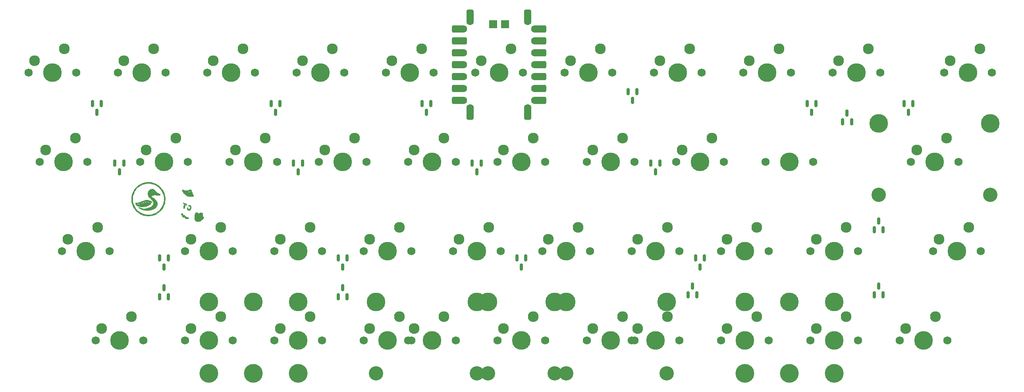
<source format=gbr>
%TF.GenerationSoftware,KiCad,Pcbnew,8.0.0*%
%TF.CreationDate,2024-02-25T16:00:08+01:00*%
%TF.ProjectId,QASS_PCB,51415353-5f50-4434-922e-6b696361645f,rev?*%
%TF.SameCoordinates,Original*%
%TF.FileFunction,Soldermask,Bot*%
%TF.FilePolarity,Negative*%
%FSLAX46Y46*%
G04 Gerber Fmt 4.6, Leading zero omitted, Abs format (unit mm)*
G04 Created by KiCad (PCBNEW 8.0.0) date 2024-02-25 16:00:08*
%MOMM*%
%LPD*%
G01*
G04 APERTURE LIST*
G04 Aperture macros list*
%AMRoundRect*
0 Rectangle with rounded corners*
0 $1 Rounding radius*
0 $2 $3 $4 $5 $6 $7 $8 $9 X,Y pos of 4 corners*
0 Add a 4 corners polygon primitive as box body*
4,1,4,$2,$3,$4,$5,$6,$7,$8,$9,$2,$3,0*
0 Add four circle primitives for the rounded corners*
1,1,$1+$1,$2,$3*
1,1,$1+$1,$4,$5*
1,1,$1+$1,$6,$7*
1,1,$1+$1,$8,$9*
0 Add four rect primitives between the rounded corners*
20,1,$1+$1,$2,$3,$4,$5,0*
20,1,$1+$1,$4,$5,$6,$7,0*
20,1,$1+$1,$6,$7,$8,$9,0*
20,1,$1+$1,$8,$9,$2,$3,0*%
G04 Aperture macros list end*
%ADD10C,0.010000*%
%ADD11C,0.000000*%
%ADD12C,1.750000*%
%ADD13C,3.987800*%
%ADD14C,2.300000*%
%ADD15C,3.048000*%
%ADD16C,4.000000*%
%ADD17RoundRect,0.150000X-0.150000X0.587500X-0.150000X-0.587500X0.150000X-0.587500X0.150000X0.587500X0*%
%ADD18RoundRect,0.150000X0.150000X-0.587500X0.150000X0.587500X-0.150000X0.587500X-0.150000X-0.587500X0*%
%ADD19RoundRect,0.400000X1.035000X-0.400000X1.035000X0.400000X-1.035000X0.400000X-1.035000X-0.400000X0*%
%ADD20C,1.600000*%
%ADD21RoundRect,0.400000X0.400000X-0.400000X0.400000X0.400000X-0.400000X0.400000X-0.400000X-0.400000X0*%
%ADD22RoundRect,0.400000X0.400000X-1.035000X0.400000X1.035000X-0.400000X1.035000X-0.400000X-1.035000X0*%
%ADD23R,1.700000X1.700000*%
G04 APERTURE END LIST*
D10*
%TO.C,Ref\u002A\u002A*%
X55537156Y-55246919D02*
X55574289Y-55283024D01*
X55715985Y-55395796D01*
X55879756Y-55488201D01*
X56075256Y-55565962D01*
X56094648Y-55572587D01*
X56198387Y-55612593D01*
X56267308Y-55649387D01*
X56307447Y-55686092D01*
X56331659Y-55727860D01*
X56335897Y-55780915D01*
X56301136Y-55823592D01*
X56226506Y-55856757D01*
X56111134Y-55881277D01*
X56106698Y-55881916D01*
X56046432Y-55888035D01*
X55977214Y-55892128D01*
X55973562Y-55892218D01*
X55925032Y-55890896D01*
X55847726Y-55886439D01*
X55749534Y-55879528D01*
X55638344Y-55870847D01*
X55522046Y-55861076D01*
X55408528Y-55850898D01*
X55305680Y-55840995D01*
X55221392Y-55832049D01*
X55163552Y-55824741D01*
X55140050Y-55819755D01*
X55141947Y-55802830D01*
X55157749Y-55753651D01*
X55185279Y-55680214D01*
X55221415Y-55590266D01*
X55263032Y-55491548D01*
X55307006Y-55391807D01*
X55350212Y-55298787D01*
X55428088Y-55136479D01*
X55537156Y-55246919D01*
G36*
X55537156Y-55246919D02*
G01*
X55574289Y-55283024D01*
X55715985Y-55395796D01*
X55879756Y-55488201D01*
X56075256Y-55565962D01*
X56094648Y-55572587D01*
X56198387Y-55612593D01*
X56267308Y-55649387D01*
X56307447Y-55686092D01*
X56331659Y-55727860D01*
X56335897Y-55780915D01*
X56301136Y-55823592D01*
X56226506Y-55856757D01*
X56111134Y-55881277D01*
X56106698Y-55881916D01*
X56046432Y-55888035D01*
X55977214Y-55892128D01*
X55973562Y-55892218D01*
X55925032Y-55890896D01*
X55847726Y-55886439D01*
X55749534Y-55879528D01*
X55638344Y-55870847D01*
X55522046Y-55861076D01*
X55408528Y-55850898D01*
X55305680Y-55840995D01*
X55221392Y-55832049D01*
X55163552Y-55824741D01*
X55140050Y-55819755D01*
X55141947Y-55802830D01*
X55157749Y-55753651D01*
X55185279Y-55680214D01*
X55221415Y-55590266D01*
X55263032Y-55491548D01*
X55307006Y-55391807D01*
X55350212Y-55298787D01*
X55428088Y-55136479D01*
X55537156Y-55246919D01*
G37*
X53521757Y-57377476D02*
X53639994Y-57386068D01*
X53769850Y-57403740D01*
X53903649Y-57428583D01*
X54033715Y-57458691D01*
X54152369Y-57492158D01*
X54251936Y-57527076D01*
X54324740Y-57561537D01*
X54363102Y-57593636D01*
X54374096Y-57621572D01*
X54368211Y-57654621D01*
X54338931Y-57694349D01*
X54282157Y-57746120D01*
X54193793Y-57815297D01*
X54003214Y-57940989D01*
X53775554Y-58058711D01*
X53524591Y-58161670D01*
X53259565Y-58246514D01*
X52989716Y-58309891D01*
X52724281Y-58348449D01*
X52697046Y-58351056D01*
X52611524Y-58359070D01*
X52542270Y-58365313D01*
X52502217Y-58368609D01*
X52478106Y-58368443D01*
X52416305Y-58365041D01*
X52331196Y-58358650D01*
X52233663Y-58350023D01*
X52052939Y-58325888D01*
X51812283Y-58270393D01*
X51592706Y-58191745D01*
X51400197Y-58092212D01*
X51240748Y-57974062D01*
X51211696Y-57946248D01*
X51155244Y-57883874D01*
X51103479Y-57817458D01*
X51062474Y-57755728D01*
X51038299Y-57707410D01*
X51037026Y-57681230D01*
X51054450Y-57682078D01*
X51104753Y-57694241D01*
X51179122Y-57716237D01*
X51268997Y-57745686D01*
X51323546Y-57763985D01*
X51421117Y-57793350D01*
X51502608Y-57810740D01*
X51583803Y-57819051D01*
X51680481Y-57821178D01*
X51699165Y-57821088D01*
X51795931Y-57817185D01*
X51892331Y-57806310D01*
X51994897Y-57786814D01*
X52110162Y-57757048D01*
X52244656Y-57715362D01*
X52404914Y-57660107D01*
X52597467Y-57589633D01*
X52648648Y-57570673D01*
X52836589Y-57503960D01*
X52995604Y-57453374D01*
X53133118Y-57417148D01*
X53256551Y-57393514D01*
X53373326Y-57380705D01*
X53490866Y-57376956D01*
X53521757Y-57377476D01*
G36*
X53521757Y-57377476D02*
G01*
X53639994Y-57386068D01*
X53769850Y-57403740D01*
X53903649Y-57428583D01*
X54033715Y-57458691D01*
X54152369Y-57492158D01*
X54251936Y-57527076D01*
X54324740Y-57561537D01*
X54363102Y-57593636D01*
X54374096Y-57621572D01*
X54368211Y-57654621D01*
X54338931Y-57694349D01*
X54282157Y-57746120D01*
X54193793Y-57815297D01*
X54003214Y-57940989D01*
X53775554Y-58058711D01*
X53524591Y-58161670D01*
X53259565Y-58246514D01*
X52989716Y-58309891D01*
X52724281Y-58348449D01*
X52697046Y-58351056D01*
X52611524Y-58359070D01*
X52542270Y-58365313D01*
X52502217Y-58368609D01*
X52478106Y-58368443D01*
X52416305Y-58365041D01*
X52331196Y-58358650D01*
X52233663Y-58350023D01*
X52052939Y-58325888D01*
X51812283Y-58270393D01*
X51592706Y-58191745D01*
X51400197Y-58092212D01*
X51240748Y-57974062D01*
X51211696Y-57946248D01*
X51155244Y-57883874D01*
X51103479Y-57817458D01*
X51062474Y-57755728D01*
X51038299Y-57707410D01*
X51037026Y-57681230D01*
X51054450Y-57682078D01*
X51104753Y-57694241D01*
X51179122Y-57716237D01*
X51268997Y-57745686D01*
X51323546Y-57763985D01*
X51421117Y-57793350D01*
X51502608Y-57810740D01*
X51583803Y-57819051D01*
X51680481Y-57821178D01*
X51699165Y-57821088D01*
X51795931Y-57817185D01*
X51892331Y-57806310D01*
X51994897Y-57786814D01*
X52110162Y-57757048D01*
X52244656Y-57715362D01*
X52404914Y-57660107D01*
X52597467Y-57589633D01*
X52648648Y-57570673D01*
X52836589Y-57503960D01*
X52995604Y-57453374D01*
X53133118Y-57417148D01*
X53256551Y-57393514D01*
X53373326Y-57380705D01*
X53490866Y-57376956D01*
X53521757Y-57377476D01*
G37*
X53475884Y-56944830D02*
X53512345Y-56945135D01*
X53631527Y-56947607D01*
X53723818Y-56953255D01*
X53801488Y-56963580D01*
X53876806Y-56980081D01*
X53962041Y-57004258D01*
X53987140Y-57012074D01*
X54096474Y-57050370D01*
X54210008Y-57095798D01*
X54318870Y-57144249D01*
X54414191Y-57191615D01*
X54487099Y-57233788D01*
X54528724Y-57266662D01*
X54556186Y-57304328D01*
X54572753Y-57362541D01*
X54551178Y-57418592D01*
X54544603Y-57427180D01*
X54514690Y-57449844D01*
X54472092Y-57456350D01*
X54410602Y-57445830D01*
X54324018Y-57417414D01*
X54206134Y-57370233D01*
X54040855Y-57308641D01*
X53844169Y-57258639D01*
X53640077Y-57234305D01*
X53413775Y-57233078D01*
X53348178Y-57236237D01*
X53265854Y-57242922D01*
X53186748Y-57253859D01*
X53104802Y-57270727D01*
X53013956Y-57295206D01*
X52908152Y-57328973D01*
X52781333Y-57373708D01*
X52627438Y-57431089D01*
X52440411Y-57502795D01*
X52365286Y-57531024D01*
X52250638Y-57571708D01*
X52143373Y-57607294D01*
X52059411Y-57632366D01*
X52038527Y-57637559D01*
X51933567Y-57655332D01*
X51809868Y-57666251D01*
X51677535Y-57670440D01*
X51546673Y-57668027D01*
X51427388Y-57659137D01*
X51329784Y-57643897D01*
X51263967Y-57622433D01*
X51211660Y-57591260D01*
X51153868Y-57548938D01*
X51111248Y-57509488D01*
X51094634Y-57481902D01*
X51097720Y-57479857D01*
X51131974Y-57475107D01*
X51198153Y-57471406D01*
X51288750Y-57469090D01*
X51396259Y-57468491D01*
X51427569Y-57468554D01*
X51533499Y-57467601D01*
X51625599Y-57463528D01*
X51710484Y-57454693D01*
X51794770Y-57439456D01*
X51885071Y-57416173D01*
X51988001Y-57383203D01*
X52110176Y-57338904D01*
X52258209Y-57281636D01*
X52438717Y-57209755D01*
X52568101Y-57158023D01*
X52726081Y-57095747D01*
X52855343Y-57046806D01*
X52962074Y-57009620D01*
X53052464Y-56982607D01*
X53132701Y-56964188D01*
X53208973Y-56952782D01*
X53287468Y-56946807D01*
X53374376Y-56944683D01*
X53475884Y-56944830D01*
G36*
X53475884Y-56944830D02*
G01*
X53512345Y-56945135D01*
X53631527Y-56947607D01*
X53723818Y-56953255D01*
X53801488Y-56963580D01*
X53876806Y-56980081D01*
X53962041Y-57004258D01*
X53987140Y-57012074D01*
X54096474Y-57050370D01*
X54210008Y-57095798D01*
X54318870Y-57144249D01*
X54414191Y-57191615D01*
X54487099Y-57233788D01*
X54528724Y-57266662D01*
X54556186Y-57304328D01*
X54572753Y-57362541D01*
X54551178Y-57418592D01*
X54544603Y-57427180D01*
X54514690Y-57449844D01*
X54472092Y-57456350D01*
X54410602Y-57445830D01*
X54324018Y-57417414D01*
X54206134Y-57370233D01*
X54040855Y-57308641D01*
X53844169Y-57258639D01*
X53640077Y-57234305D01*
X53413775Y-57233078D01*
X53348178Y-57236237D01*
X53265854Y-57242922D01*
X53186748Y-57253859D01*
X53104802Y-57270727D01*
X53013956Y-57295206D01*
X52908152Y-57328973D01*
X52781333Y-57373708D01*
X52627438Y-57431089D01*
X52440411Y-57502795D01*
X52365286Y-57531024D01*
X52250638Y-57571708D01*
X52143373Y-57607294D01*
X52059411Y-57632366D01*
X52038527Y-57637559D01*
X51933567Y-57655332D01*
X51809868Y-57666251D01*
X51677535Y-57670440D01*
X51546673Y-57668027D01*
X51427388Y-57659137D01*
X51329784Y-57643897D01*
X51263967Y-57622433D01*
X51211660Y-57591260D01*
X51153868Y-57548938D01*
X51111248Y-57509488D01*
X51094634Y-57481902D01*
X51097720Y-57479857D01*
X51131974Y-57475107D01*
X51198153Y-57471406D01*
X51288750Y-57469090D01*
X51396259Y-57468491D01*
X51427569Y-57468554D01*
X51533499Y-57467601D01*
X51625599Y-57463528D01*
X51710484Y-57454693D01*
X51794770Y-57439456D01*
X51885071Y-57416173D01*
X51988001Y-57383203D01*
X52110176Y-57338904D01*
X52258209Y-57281636D01*
X52438717Y-57209755D01*
X52568101Y-57158023D01*
X52726081Y-57095747D01*
X52855343Y-57046806D01*
X52962074Y-57009620D01*
X53052464Y-56982607D01*
X53132701Y-56964188D01*
X53208973Y-56952782D01*
X53287468Y-56946807D01*
X53374376Y-56944683D01*
X53475884Y-56944830D01*
G37*
X55349646Y-55206756D02*
X55318715Y-55289076D01*
X55279090Y-55377964D01*
X55257429Y-55423196D01*
X55215651Y-55512345D01*
X55180737Y-55589241D01*
X55158583Y-55641011D01*
X55108053Y-55748003D01*
X55039909Y-55837577D01*
X54954211Y-55896011D01*
X54843961Y-55927854D01*
X54702159Y-55937656D01*
X54662096Y-55938167D01*
X54554516Y-55946609D01*
X54481830Y-55966947D01*
X54439118Y-56001174D01*
X54421462Y-56051280D01*
X54426565Y-56090109D01*
X54456048Y-56142402D01*
X54513015Y-56205802D01*
X54599873Y-56282628D01*
X54719027Y-56375194D01*
X54872884Y-56485817D01*
X55045317Y-56614362D01*
X55217276Y-56760745D01*
X55364669Y-56906710D01*
X55482528Y-57047297D01*
X55565882Y-57177546D01*
X55633983Y-57328222D01*
X55692625Y-57535485D01*
X55709290Y-57738731D01*
X55684154Y-57936831D01*
X55617395Y-58128658D01*
X55509190Y-58313083D01*
X55359717Y-58488980D01*
X55331884Y-58516321D01*
X55246119Y-58594462D01*
X55158616Y-58667018D01*
X55084550Y-58721181D01*
X55008505Y-58767461D01*
X54821936Y-58860986D01*
X54609583Y-58945537D01*
X54382584Y-59017385D01*
X54152076Y-59072800D01*
X53929198Y-59108051D01*
X53801971Y-59119802D01*
X53464789Y-59126602D01*
X53133003Y-59096389D01*
X52802073Y-59028326D01*
X52467457Y-58921575D01*
X52124614Y-58775299D01*
X52093396Y-58759935D01*
X52000192Y-58709437D01*
X51907314Y-58653369D01*
X51822175Y-58596816D01*
X51752186Y-58544866D01*
X51704757Y-58502606D01*
X51687300Y-58475123D01*
X51690119Y-58465837D01*
X51713759Y-58463147D01*
X51722295Y-58466877D01*
X51765701Y-58485929D01*
X51832946Y-58515499D01*
X51913505Y-58550959D01*
X52173418Y-58646974D01*
X52469275Y-58716985D01*
X52773265Y-58751532D01*
X53080124Y-58751236D01*
X53384590Y-58716718D01*
X53681402Y-58648599D01*
X53965298Y-58547500D01*
X54231015Y-58414043D01*
X54473291Y-58248847D01*
X54534600Y-58198604D01*
X54686681Y-58052333D01*
X54797317Y-57907237D01*
X54867107Y-57762186D01*
X54896650Y-57616046D01*
X54886545Y-57467687D01*
X54882584Y-57448527D01*
X54852761Y-57339302D01*
X54809714Y-57234874D01*
X54749914Y-57130329D01*
X54669833Y-57020753D01*
X54565944Y-56901234D01*
X54434719Y-56766858D01*
X54272629Y-56612711D01*
X54245999Y-56587903D01*
X54082963Y-56429042D01*
X53952439Y-56286759D01*
X53851376Y-56156093D01*
X53776721Y-56032083D01*
X53725423Y-55909767D01*
X53694431Y-55784186D01*
X53680692Y-55650377D01*
X53678802Y-55570442D01*
X53689659Y-55396215D01*
X53724367Y-55241090D01*
X53757720Y-55159683D01*
X54694889Y-55159683D01*
X54715101Y-55208259D01*
X54732844Y-55223578D01*
X54777634Y-55238844D01*
X54803780Y-55234349D01*
X54841933Y-55203378D01*
X54858422Y-55154819D01*
X54850314Y-55102738D01*
X54814675Y-55061197D01*
X54771907Y-55050679D01*
X54730820Y-55069775D01*
X54702638Y-55109815D01*
X54694889Y-55159683D01*
X53757720Y-55159683D01*
X53785311Y-55092341D01*
X53792094Y-55078985D01*
X53900442Y-54909427D01*
X54031780Y-54771992D01*
X54182073Y-54668377D01*
X54347289Y-54600284D01*
X54523394Y-54569409D01*
X54706355Y-54577453D01*
X54892139Y-54626113D01*
X54917975Y-54636483D01*
X55027763Y-54695005D01*
X55132886Y-54771832D01*
X55226522Y-54859903D01*
X55301851Y-54952158D01*
X55352051Y-55041538D01*
X55370300Y-55120983D01*
X55367561Y-55143183D01*
X55364281Y-55154819D01*
X55349646Y-55206756D01*
G36*
X55349646Y-55206756D02*
G01*
X55318715Y-55289076D01*
X55279090Y-55377964D01*
X55257429Y-55423196D01*
X55215651Y-55512345D01*
X55180737Y-55589241D01*
X55158583Y-55641011D01*
X55108053Y-55748003D01*
X55039909Y-55837577D01*
X54954211Y-55896011D01*
X54843961Y-55927854D01*
X54702159Y-55937656D01*
X54662096Y-55938167D01*
X54554516Y-55946609D01*
X54481830Y-55966947D01*
X54439118Y-56001174D01*
X54421462Y-56051280D01*
X54426565Y-56090109D01*
X54456048Y-56142402D01*
X54513015Y-56205802D01*
X54599873Y-56282628D01*
X54719027Y-56375194D01*
X54872884Y-56485817D01*
X55045317Y-56614362D01*
X55217276Y-56760745D01*
X55364669Y-56906710D01*
X55482528Y-57047297D01*
X55565882Y-57177546D01*
X55633983Y-57328222D01*
X55692625Y-57535485D01*
X55709290Y-57738731D01*
X55684154Y-57936831D01*
X55617395Y-58128658D01*
X55509190Y-58313083D01*
X55359717Y-58488980D01*
X55331884Y-58516321D01*
X55246119Y-58594462D01*
X55158616Y-58667018D01*
X55084550Y-58721181D01*
X55008505Y-58767461D01*
X54821936Y-58860986D01*
X54609583Y-58945537D01*
X54382584Y-59017385D01*
X54152076Y-59072800D01*
X53929198Y-59108051D01*
X53801971Y-59119802D01*
X53464789Y-59126602D01*
X53133003Y-59096389D01*
X52802073Y-59028326D01*
X52467457Y-58921575D01*
X52124614Y-58775299D01*
X52093396Y-58759935D01*
X52000192Y-58709437D01*
X51907314Y-58653369D01*
X51822175Y-58596816D01*
X51752186Y-58544866D01*
X51704757Y-58502606D01*
X51687300Y-58475123D01*
X51690119Y-58465837D01*
X51713759Y-58463147D01*
X51722295Y-58466877D01*
X51765701Y-58485929D01*
X51832946Y-58515499D01*
X51913505Y-58550959D01*
X52173418Y-58646974D01*
X52469275Y-58716985D01*
X52773265Y-58751532D01*
X53080124Y-58751236D01*
X53384590Y-58716718D01*
X53681402Y-58648599D01*
X53965298Y-58547500D01*
X54231015Y-58414043D01*
X54473291Y-58248847D01*
X54534600Y-58198604D01*
X54686681Y-58052333D01*
X54797317Y-57907237D01*
X54867107Y-57762186D01*
X54896650Y-57616046D01*
X54886545Y-57467687D01*
X54882584Y-57448527D01*
X54852761Y-57339302D01*
X54809714Y-57234874D01*
X54749914Y-57130329D01*
X54669833Y-57020753D01*
X54565944Y-56901234D01*
X54434719Y-56766858D01*
X54272629Y-56612711D01*
X54245999Y-56587903D01*
X54082963Y-56429042D01*
X53952439Y-56286759D01*
X53851376Y-56156093D01*
X53776721Y-56032083D01*
X53725423Y-55909767D01*
X53694431Y-55784186D01*
X53680692Y-55650377D01*
X53678802Y-55570442D01*
X53689659Y-55396215D01*
X53724367Y-55241090D01*
X53757720Y-55159683D01*
X54694889Y-55159683D01*
X54715101Y-55208259D01*
X54732844Y-55223578D01*
X54777634Y-55238844D01*
X54803780Y-55234349D01*
X54841933Y-55203378D01*
X54858422Y-55154819D01*
X54850314Y-55102738D01*
X54814675Y-55061197D01*
X54771907Y-55050679D01*
X54730820Y-55069775D01*
X54702638Y-55109815D01*
X54694889Y-55159683D01*
X53757720Y-55159683D01*
X53785311Y-55092341D01*
X53792094Y-55078985D01*
X53900442Y-54909427D01*
X54031780Y-54771992D01*
X54182073Y-54668377D01*
X54347289Y-54600284D01*
X54523394Y-54569409D01*
X54706355Y-54577453D01*
X54892139Y-54626113D01*
X54917975Y-54636483D01*
X55027763Y-54695005D01*
X55132886Y-54771832D01*
X55226522Y-54859903D01*
X55301851Y-54952158D01*
X55352051Y-55041538D01*
X55370300Y-55120983D01*
X55367561Y-55143183D01*
X55364281Y-55154819D01*
X55349646Y-55206756D01*
G37*
X57394939Y-56861117D02*
X57359620Y-57232457D01*
X57285224Y-57600825D01*
X57171249Y-57963197D01*
X57017192Y-58316548D01*
X56916588Y-58503590D01*
X56706473Y-58827309D01*
X56465656Y-59123956D01*
X56196659Y-59391800D01*
X55902002Y-59629112D01*
X55584206Y-59834161D01*
X55245792Y-60005217D01*
X54889281Y-60140548D01*
X54517194Y-60238425D01*
X54132050Y-60297117D01*
X54104159Y-60299719D01*
X53790058Y-60310989D01*
X53461358Y-60292601D01*
X53130563Y-60246258D01*
X52810178Y-60173663D01*
X52512708Y-60076520D01*
X52169306Y-59923719D01*
X51834373Y-59731082D01*
X51525359Y-59506709D01*
X51243889Y-59252630D01*
X50991586Y-58970872D01*
X50770076Y-58663466D01*
X50580981Y-58332439D01*
X50425926Y-57979821D01*
X50306536Y-57607641D01*
X50224434Y-57217928D01*
X50213841Y-57134701D01*
X50202474Y-56974059D01*
X50197973Y-56791379D01*
X50199957Y-56613694D01*
X50441418Y-56613694D01*
X50442553Y-56827234D01*
X50452804Y-57036583D01*
X50471945Y-57229310D01*
X50499749Y-57392985D01*
X50524051Y-57495654D01*
X50635806Y-57855924D01*
X50783119Y-58196586D01*
X50963786Y-58515591D01*
X51175606Y-58810888D01*
X51416373Y-59080425D01*
X51683885Y-59322153D01*
X51975940Y-59534020D01*
X52290333Y-59713976D01*
X52624862Y-59859970D01*
X52977323Y-59969952D01*
X53345514Y-60041869D01*
X53391391Y-60046847D01*
X53490993Y-60053340D01*
X53613901Y-60058013D01*
X53749187Y-60060758D01*
X53885922Y-60061467D01*
X54013180Y-60060031D01*
X54120032Y-60056342D01*
X54195550Y-60050292D01*
X54347367Y-60027238D01*
X54710983Y-59943202D01*
X55058582Y-59822035D01*
X55387843Y-59665860D01*
X55696445Y-59476796D01*
X55982067Y-59256968D01*
X56242387Y-59008495D01*
X56475085Y-58733501D01*
X56677839Y-58434105D01*
X56848329Y-58112432D01*
X56984232Y-57770601D01*
X57083227Y-57410736D01*
X57105272Y-57294503D01*
X57135583Y-57050369D01*
X57149901Y-56790563D01*
X57148100Y-56528750D01*
X57130054Y-56278594D01*
X57095640Y-56053761D01*
X57027320Y-55782911D01*
X56908727Y-55447423D01*
X56756497Y-55121238D01*
X56574897Y-54814512D01*
X56503223Y-54715449D01*
X56389367Y-54577546D01*
X56256003Y-54431231D01*
X56111678Y-54285094D01*
X55964935Y-54147721D01*
X55824322Y-54027701D01*
X55698384Y-53933623D01*
X55528610Y-53825702D01*
X55196371Y-53650828D01*
X54852382Y-53514631D01*
X54499612Y-53417351D01*
X54141031Y-53359227D01*
X53779609Y-53340500D01*
X53418314Y-53361408D01*
X53060116Y-53422193D01*
X52707984Y-53523093D01*
X52364887Y-53664349D01*
X52122010Y-53792313D01*
X51806657Y-53998048D01*
X51519329Y-54233895D01*
X51261695Y-54497647D01*
X51035424Y-54787100D01*
X50842184Y-55100051D01*
X50683645Y-55434293D01*
X50561476Y-55787623D01*
X50477344Y-56157835D01*
X50467395Y-56223765D01*
X50449624Y-56408394D01*
X50441418Y-56613694D01*
X50199957Y-56613694D01*
X50200123Y-56598806D01*
X50208712Y-56408483D01*
X50223527Y-56232556D01*
X50244354Y-56083169D01*
X50268064Y-55962612D01*
X50369372Y-55585677D01*
X50507296Y-55227505D01*
X50679932Y-54890047D01*
X50885375Y-54575260D01*
X51121721Y-54285096D01*
X51387067Y-54021511D01*
X51679509Y-53786457D01*
X51997142Y-53581890D01*
X52338063Y-53409764D01*
X52700367Y-53272031D01*
X53082151Y-53170648D01*
X53149616Y-53156755D01*
X53237956Y-53140537D01*
X53320281Y-53128994D01*
X53406260Y-53121343D01*
X53505560Y-53116803D01*
X53627851Y-53114589D01*
X53782800Y-53113920D01*
X53883063Y-53114239D01*
X54067816Y-53118116D01*
X54226299Y-53127501D01*
X54369301Y-53143800D01*
X54507614Y-53168419D01*
X54652026Y-53202764D01*
X54813327Y-53248243D01*
X55020666Y-53316325D01*
X55379495Y-53467721D01*
X55716057Y-53655114D01*
X56030471Y-53878576D01*
X56322857Y-54138178D01*
X56331050Y-54146287D01*
X56590251Y-54432539D01*
X56814395Y-54740010D01*
X57002981Y-55065678D01*
X57155505Y-55406518D01*
X57271466Y-55759506D01*
X57350360Y-56121617D01*
X57391685Y-56489829D01*
X57394321Y-56790563D01*
X57394939Y-56861117D01*
G36*
X57394939Y-56861117D02*
G01*
X57359620Y-57232457D01*
X57285224Y-57600825D01*
X57171249Y-57963197D01*
X57017192Y-58316548D01*
X56916588Y-58503590D01*
X56706473Y-58827309D01*
X56465656Y-59123956D01*
X56196659Y-59391800D01*
X55902002Y-59629112D01*
X55584206Y-59834161D01*
X55245792Y-60005217D01*
X54889281Y-60140548D01*
X54517194Y-60238425D01*
X54132050Y-60297117D01*
X54104159Y-60299719D01*
X53790058Y-60310989D01*
X53461358Y-60292601D01*
X53130563Y-60246258D01*
X52810178Y-60173663D01*
X52512708Y-60076520D01*
X52169306Y-59923719D01*
X51834373Y-59731082D01*
X51525359Y-59506709D01*
X51243889Y-59252630D01*
X50991586Y-58970872D01*
X50770076Y-58663466D01*
X50580981Y-58332439D01*
X50425926Y-57979821D01*
X50306536Y-57607641D01*
X50224434Y-57217928D01*
X50213841Y-57134701D01*
X50202474Y-56974059D01*
X50197973Y-56791379D01*
X50199957Y-56613694D01*
X50441418Y-56613694D01*
X50442553Y-56827234D01*
X50452804Y-57036583D01*
X50471945Y-57229310D01*
X50499749Y-57392985D01*
X50524051Y-57495654D01*
X50635806Y-57855924D01*
X50783119Y-58196586D01*
X50963786Y-58515591D01*
X51175606Y-58810888D01*
X51416373Y-59080425D01*
X51683885Y-59322153D01*
X51975940Y-59534020D01*
X52290333Y-59713976D01*
X52624862Y-59859970D01*
X52977323Y-59969952D01*
X53345514Y-60041869D01*
X53391391Y-60046847D01*
X53490993Y-60053340D01*
X53613901Y-60058013D01*
X53749187Y-60060758D01*
X53885922Y-60061467D01*
X54013180Y-60060031D01*
X54120032Y-60056342D01*
X54195550Y-60050292D01*
X54347367Y-60027238D01*
X54710983Y-59943202D01*
X55058582Y-59822035D01*
X55387843Y-59665860D01*
X55696445Y-59476796D01*
X55982067Y-59256968D01*
X56242387Y-59008495D01*
X56475085Y-58733501D01*
X56677839Y-58434105D01*
X56848329Y-58112432D01*
X56984232Y-57770601D01*
X57083227Y-57410736D01*
X57105272Y-57294503D01*
X57135583Y-57050369D01*
X57149901Y-56790563D01*
X57148100Y-56528750D01*
X57130054Y-56278594D01*
X57095640Y-56053761D01*
X57027320Y-55782911D01*
X56908727Y-55447423D01*
X56756497Y-55121238D01*
X56574897Y-54814512D01*
X56503223Y-54715449D01*
X56389367Y-54577546D01*
X56256003Y-54431231D01*
X56111678Y-54285094D01*
X55964935Y-54147721D01*
X55824322Y-54027701D01*
X55698384Y-53933623D01*
X55528610Y-53825702D01*
X55196371Y-53650828D01*
X54852382Y-53514631D01*
X54499612Y-53417351D01*
X54141031Y-53359227D01*
X53779609Y-53340500D01*
X53418314Y-53361408D01*
X53060116Y-53422193D01*
X52707984Y-53523093D01*
X52364887Y-53664349D01*
X52122010Y-53792313D01*
X51806657Y-53998048D01*
X51519329Y-54233895D01*
X51261695Y-54497647D01*
X51035424Y-54787100D01*
X50842184Y-55100051D01*
X50683645Y-55434293D01*
X50561476Y-55787623D01*
X50477344Y-56157835D01*
X50467395Y-56223765D01*
X50449624Y-56408394D01*
X50441418Y-56613694D01*
X50199957Y-56613694D01*
X50200123Y-56598806D01*
X50208712Y-56408483D01*
X50223527Y-56232556D01*
X50244354Y-56083169D01*
X50268064Y-55962612D01*
X50369372Y-55585677D01*
X50507296Y-55227505D01*
X50679932Y-54890047D01*
X50885375Y-54575260D01*
X51121721Y-54285096D01*
X51387067Y-54021511D01*
X51679509Y-53786457D01*
X51997142Y-53581890D01*
X52338063Y-53409764D01*
X52700367Y-53272031D01*
X53082151Y-53170648D01*
X53149616Y-53156755D01*
X53237956Y-53140537D01*
X53320281Y-53128994D01*
X53406260Y-53121343D01*
X53505560Y-53116803D01*
X53627851Y-53114589D01*
X53782800Y-53113920D01*
X53883063Y-53114239D01*
X54067816Y-53118116D01*
X54226299Y-53127501D01*
X54369301Y-53143800D01*
X54507614Y-53168419D01*
X54652026Y-53202764D01*
X54813327Y-53248243D01*
X55020666Y-53316325D01*
X55379495Y-53467721D01*
X55716057Y-53655114D01*
X56030471Y-53878576D01*
X56322857Y-54138178D01*
X56331050Y-54146287D01*
X56590251Y-54432539D01*
X56814395Y-54740010D01*
X57002981Y-55065678D01*
X57155505Y-55406518D01*
X57271466Y-55759506D01*
X57350360Y-56121617D01*
X57391685Y-56489829D01*
X57394321Y-56790563D01*
X57394939Y-56861117D01*
G37*
D11*
%TO.C,REF\u002A\u002A*%
G36*
X63114670Y-55205800D02*
G01*
X63219322Y-55205800D01*
X63219322Y-55519747D01*
X63323973Y-55519747D01*
X63323973Y-55729054D01*
X63428625Y-55729054D01*
X63428625Y-55938350D01*
X63533276Y-55938350D01*
X63533276Y-56147657D01*
X63428625Y-56147657D01*
X63428625Y-56252308D01*
X62382117Y-56252308D01*
X62382117Y-56147646D01*
X62068159Y-56147646D01*
X62068159Y-56042995D01*
X61858852Y-56042995D01*
X61858852Y-55938343D01*
X61754208Y-55938343D01*
X61754208Y-55833698D01*
X61649556Y-55833698D01*
X61649556Y-55729047D01*
X61544905Y-55729047D01*
X61544905Y-55624396D01*
X61440253Y-55624396D01*
X61440253Y-55519744D01*
X61335602Y-55519744D01*
X61335602Y-55415093D01*
X61230957Y-55415093D01*
X61230957Y-55310434D01*
X62382117Y-55310434D01*
X62486761Y-55310434D01*
X62486761Y-55205789D01*
X62696068Y-55205789D01*
X62696068Y-55101138D01*
X62486761Y-55101138D01*
X62486761Y-55205789D01*
X62382117Y-55205789D01*
X62382117Y-55310434D01*
X61230957Y-55310434D01*
X61230957Y-55205797D01*
X61126305Y-55205797D01*
X61126305Y-55101145D01*
X61021654Y-55101145D01*
X61021654Y-54682542D01*
X61335602Y-54682542D01*
X61335602Y-54787187D01*
X61544908Y-54787187D01*
X61544908Y-54891838D01*
X62277469Y-54891838D01*
X62277469Y-54787187D01*
X62486765Y-54787187D01*
X62486765Y-54682542D01*
X63010019Y-54682542D01*
X63010019Y-54787187D01*
X63114670Y-54787187D01*
X63114670Y-55101138D01*
X63114670Y-55205800D01*
G37*
G36*
X64265829Y-59601132D02*
G01*
X64370484Y-59601132D01*
X64370484Y-59705784D01*
X64475136Y-59705784D01*
X64475136Y-59810439D01*
X64684442Y-59810439D01*
X64684442Y-59705784D01*
X64789083Y-59705784D01*
X64789083Y-59601132D01*
X65312341Y-59601132D01*
X65312341Y-59705784D01*
X65416992Y-59705784D01*
X65416992Y-60438344D01*
X65626299Y-60438344D01*
X65626299Y-60542988D01*
X65730951Y-60542988D01*
X65730951Y-60752295D01*
X65626299Y-60752295D01*
X65626299Y-60856947D01*
X65521644Y-60856947D01*
X65521644Y-61066243D01*
X65416992Y-61066243D01*
X65416992Y-61170898D01*
X65207697Y-61170898D01*
X65207697Y-61275550D01*
X65103045Y-61275550D01*
X65103045Y-61380201D01*
X64998390Y-61380201D01*
X64998390Y-61484855D01*
X64789083Y-61484855D01*
X64789083Y-61589507D01*
X64056533Y-61589507D01*
X64056533Y-61484855D01*
X63951882Y-61484855D01*
X63951882Y-61380201D01*
X63847227Y-61380201D01*
X63847227Y-61275550D01*
X63742576Y-61275550D01*
X63742576Y-61170898D01*
X63637924Y-61170898D01*
X63637924Y-60019735D01*
X63742576Y-60019735D01*
X63742576Y-59810439D01*
X63847227Y-59810439D01*
X63847227Y-59601132D01*
X64056533Y-59601132D01*
X64056533Y-59496477D01*
X64265829Y-59496477D01*
X64265829Y-59601132D01*
G37*
G36*
X61126301Y-59915079D02*
G01*
X61230954Y-59915079D01*
X61230954Y-60019735D01*
X61335597Y-60019735D01*
X61335597Y-60124386D01*
X61544904Y-60124386D01*
X61544904Y-60229038D01*
X61649556Y-60229038D01*
X61649556Y-60333692D01*
X61754207Y-60333692D01*
X61754207Y-60438344D01*
X61963503Y-60438344D01*
X61963503Y-60542988D01*
X62172810Y-60542988D01*
X62172810Y-60647641D01*
X62382117Y-60647641D01*
X62382117Y-60752295D01*
X62486761Y-60752295D01*
X62486761Y-60856947D01*
X62277465Y-60856947D01*
X62277465Y-60961598D01*
X61754207Y-60961598D01*
X61754207Y-60856947D01*
X61649556Y-60856947D01*
X61649556Y-60752295D01*
X61544904Y-60752295D01*
X61544904Y-60647641D01*
X61126301Y-60647641D01*
X61126301Y-60542988D01*
X61021646Y-60542988D01*
X61021646Y-60229038D01*
X60916995Y-60229038D01*
X60916995Y-60124386D01*
X60812344Y-60124386D01*
X60812344Y-59810439D01*
X61021646Y-59810439D01*
X61021646Y-59705784D01*
X61126301Y-59705784D01*
X61126301Y-59915079D01*
G37*
G36*
X62696063Y-58136015D02*
G01*
X62800715Y-58136015D01*
X62800715Y-58240666D01*
X62905366Y-58240666D01*
X62905366Y-58763924D01*
X62800715Y-58763924D01*
X62800715Y-58973227D01*
X62696063Y-58973227D01*
X62696063Y-59077875D01*
X62277461Y-59077875D01*
X62277461Y-58973227D01*
X62172810Y-58973227D01*
X62172810Y-58868575D01*
X62068158Y-58868575D01*
X62068158Y-58554620D01*
X62277461Y-58554620D01*
X62277461Y-58763924D01*
X62382112Y-58763924D01*
X62382112Y-58868575D01*
X62591415Y-58868575D01*
X62591415Y-58659272D01*
X62696063Y-58659272D01*
X62696063Y-58345318D01*
X62591415Y-58345318D01*
X62591415Y-58240666D01*
X62277461Y-58240666D01*
X62277461Y-58031363D01*
X62696063Y-58031363D01*
X62696063Y-58136015D01*
G37*
G36*
X61440252Y-57612761D02*
G01*
X61649556Y-57612761D01*
X61649556Y-57717412D01*
X61963507Y-57717412D01*
X61963507Y-57822064D01*
X62068158Y-57822064D01*
X62068158Y-58031363D01*
X61858855Y-58031363D01*
X61858855Y-57926715D01*
X61649556Y-57926715D01*
X61649556Y-58345318D01*
X61544904Y-58345318D01*
X61544904Y-58659272D01*
X61335601Y-58659272D01*
X61335601Y-58136015D01*
X61440252Y-58136015D01*
X61440252Y-57822064D01*
X61335601Y-57822064D01*
X61335601Y-57717412D01*
X61230949Y-57717412D01*
X61230949Y-57508109D01*
X61440252Y-57508109D01*
X61440252Y-57612761D01*
G37*
G36*
X61858858Y-58031366D02*
G01*
X61754207Y-58031366D01*
X61754207Y-58345321D01*
X61649556Y-58345321D01*
X61649556Y-57926715D01*
X61858858Y-57926715D01*
X61858858Y-58031366D01*
G37*
G36*
X63010018Y-58763920D02*
G01*
X62905366Y-58763920D01*
X62905366Y-58240666D01*
X63010018Y-58240666D01*
X63010018Y-58763920D01*
G37*
G36*
X62905366Y-58973227D02*
G01*
X62800715Y-58973227D01*
X62800715Y-58763924D01*
X62905366Y-58763924D01*
X62905366Y-58973227D01*
G37*
G36*
X62905366Y-58240666D02*
G01*
X62800715Y-58240666D01*
X62800715Y-58136015D01*
X62905366Y-58136015D01*
X62905366Y-58240666D01*
G37*
G36*
X62800715Y-59077878D02*
G01*
X62696063Y-59077878D01*
X62696063Y-58973227D01*
X62800715Y-58973227D01*
X62800715Y-59077878D01*
G37*
G36*
X62800715Y-58136015D02*
G01*
X62696063Y-58136015D01*
X62696063Y-58031363D01*
X62800715Y-58031363D01*
X62800715Y-58136015D01*
G37*
G36*
X62696063Y-59182526D02*
G01*
X62277458Y-59182526D01*
X62277458Y-59077875D01*
X62696063Y-59077875D01*
X62696063Y-59182526D01*
G37*
G36*
X62277461Y-59077878D02*
G01*
X62172810Y-59077878D01*
X62172810Y-58973227D01*
X62277461Y-58973227D01*
X62277461Y-59077878D01*
G37*
G36*
X62172810Y-58973227D02*
G01*
X62068158Y-58973227D01*
X62068158Y-58868575D01*
X62172810Y-58868575D01*
X62172810Y-58973227D01*
G37*
G36*
X62068158Y-58136015D02*
G01*
X61858855Y-58136015D01*
X61858855Y-58031363D01*
X62068158Y-58031363D01*
X62068158Y-58136015D01*
G37*
G36*
X61649556Y-58659272D02*
G01*
X61544904Y-58659272D01*
X61544904Y-58345318D01*
X61649556Y-58345318D01*
X61649556Y-58659272D01*
G37*
G36*
X61544904Y-58763924D02*
G01*
X61335601Y-58763924D01*
X61335601Y-58659272D01*
X61544904Y-58659272D01*
X61544904Y-58763924D01*
G37*
%TD*%
D12*
%TO.C,MX24*%
X80645000Y-67865625D03*
D13*
X85725000Y-67865625D03*
D12*
X90805000Y-67865625D03*
D14*
X81915000Y-65325625D03*
X88265000Y-62785625D03*
%TD*%
D12*
%TO.C,MX39*%
X213995000Y-86915625D03*
D13*
X219075000Y-86915625D03*
D12*
X224155000Y-86915625D03*
D14*
X215265000Y-84375625D03*
X221615000Y-81835625D03*
%TD*%
D12*
%TO.C,MX10*%
X199707500Y-29765625D03*
D13*
X204787500Y-29765625D03*
D12*
X209867500Y-29765625D03*
D14*
X200977500Y-27225625D03*
X207327500Y-24685625D03*
%TD*%
D12*
%TO.C,MX5*%
X104457500Y-29765625D03*
D13*
X109537500Y-29765625D03*
D12*
X114617500Y-29765625D03*
D14*
X105727500Y-27225625D03*
X112077500Y-24685625D03*
%TD*%
D12*
%TO.C,MX2*%
X47307500Y-29765625D03*
D13*
X52387500Y-29765625D03*
D12*
X57467500Y-29765625D03*
D14*
X48577500Y-27225625D03*
X54927500Y-24685625D03*
%TD*%
D12*
%TO.C,MX3*%
X66357500Y-29765625D03*
D13*
X71437500Y-29765625D03*
D12*
X76517500Y-29765625D03*
D14*
X67627500Y-27225625D03*
X73977500Y-24685625D03*
%TD*%
D12*
%TO.C,MX27*%
X137795000Y-67865625D03*
D13*
X142875000Y-67865625D03*
D12*
X147955000Y-67865625D03*
D14*
X139065000Y-65325625D03*
X145415000Y-62785625D03*
%TD*%
D12*
%TO.C,MX25*%
X99695000Y-67865625D03*
D13*
X104775000Y-67865625D03*
D12*
X109855000Y-67865625D03*
D14*
X100965000Y-65325625D03*
X107315000Y-62785625D03*
%TD*%
D12*
%TO.C,MX31*%
X221138750Y-67865625D03*
D13*
X226218750Y-67865625D03*
D12*
X231298750Y-67865625D03*
D14*
X222408750Y-65325625D03*
X228758750Y-62785625D03*
%TD*%
D12*
%TO.C,MX33*%
X61595000Y-86915625D03*
D13*
X66675000Y-86915625D03*
D12*
X71755000Y-86915625D03*
D14*
X62865000Y-84375625D03*
X69215000Y-81835625D03*
%TD*%
D12*
%TO.C,MX8*%
X161607500Y-29765625D03*
D13*
X166687500Y-29765625D03*
D12*
X171767500Y-29765625D03*
D14*
X162877500Y-27225625D03*
X169227500Y-24685625D03*
%TD*%
%TO.C,MX21*%
X223996250Y-43735625D03*
X217646250Y-46275625D03*
D12*
X226536250Y-48815625D03*
D13*
X221456250Y-48815625D03*
D12*
X216376250Y-48815625D03*
%TD*%
D15*
%TO.C,S5*%
X164306250Y-93900625D03*
D13*
X164306250Y-78660625D03*
D15*
X140493750Y-93900625D03*
D13*
X140493750Y-78660625D03*
%TD*%
D12*
%TO.C,MX36*%
X156845000Y-86915625D03*
D13*
X161925000Y-86915625D03*
D12*
X167005000Y-86915625D03*
D14*
X158115000Y-84375625D03*
X164465000Y-81835625D03*
%TD*%
%TO.C,MX14*%
X78740000Y-43735625D03*
X72390000Y-46275625D03*
D12*
X81280000Y-48815625D03*
D13*
X76200000Y-48815625D03*
D12*
X71120000Y-48815625D03*
%TD*%
D14*
%TO.C,MX16*%
X116840000Y-43735625D03*
X110490000Y-46275625D03*
D12*
X119380000Y-48815625D03*
D13*
X114300000Y-48815625D03*
D12*
X109220000Y-48815625D03*
%TD*%
%TO.C,MX38*%
X194945000Y-86915625D03*
D13*
X200025000Y-86915625D03*
D12*
X205105000Y-86915625D03*
D14*
X196215000Y-84375625D03*
X202565000Y-81835625D03*
%TD*%
D12*
%TO.C,MX13*%
X52070000Y-48815625D03*
D13*
X57150000Y-48815625D03*
D12*
X62230000Y-48815625D03*
D14*
X53340000Y-46275625D03*
X59690000Y-43735625D03*
%TD*%
%TO.C,MX19*%
X173990000Y-43735625D03*
X167640000Y-46275625D03*
D12*
X176530000Y-48815625D03*
D13*
X171450000Y-48815625D03*
D12*
X166370000Y-48815625D03*
%TD*%
%TO.C,MX22*%
X35401250Y-67865625D03*
D13*
X40481250Y-67865625D03*
D12*
X45561250Y-67865625D03*
D14*
X36671250Y-65325625D03*
X43021250Y-62785625D03*
%TD*%
%TO.C,MX17*%
X135890000Y-43735625D03*
X129540000Y-46275625D03*
D12*
X138430000Y-48815625D03*
D13*
X133350000Y-48815625D03*
D12*
X128270000Y-48815625D03*
%TD*%
%TO.C,MX11*%
X223520000Y-29765625D03*
D13*
X228600000Y-29765625D03*
D12*
X233680000Y-29765625D03*
D14*
X224790000Y-27225625D03*
X231140000Y-24685625D03*
%TD*%
D15*
%TO.C,S1*%
X233362500Y-55800625D03*
D13*
X233362500Y-40560625D03*
D15*
X209550000Y-55800625D03*
D13*
X209550000Y-40560625D03*
%TD*%
D12*
%TO.C,MX34*%
X80645000Y-86915625D03*
D13*
X85725000Y-86915625D03*
D12*
X90805000Y-86915625D03*
D14*
X81915000Y-84375625D03*
X88265000Y-81835625D03*
%TD*%
D12*
%TO.C,MX9*%
X180657500Y-29765625D03*
D13*
X185737500Y-29765625D03*
D12*
X190817500Y-29765625D03*
D14*
X181927500Y-27225625D03*
X188277500Y-24685625D03*
%TD*%
D12*
%TO.C,MX41*%
X128270000Y-86915625D03*
D13*
X133350000Y-86915625D03*
D12*
X138430000Y-86915625D03*
D14*
X129540000Y-84375625D03*
X135890000Y-81835625D03*
%TD*%
D12*
%TO.C,MX23*%
X61595000Y-67865625D03*
D13*
X66675000Y-67865625D03*
D12*
X71755000Y-67865625D03*
D14*
X62865000Y-65325625D03*
X69215000Y-62785625D03*
%TD*%
D12*
%TO.C,MX12*%
X30638750Y-48815625D03*
D13*
X35718750Y-48815625D03*
D12*
X40798750Y-48815625D03*
D14*
X31908750Y-46275625D03*
X38258750Y-43735625D03*
%TD*%
D12*
%TO.C,MX6*%
X123507500Y-29765625D03*
D13*
X128587500Y-29765625D03*
D12*
X133667500Y-29765625D03*
D14*
X124777500Y-27225625D03*
X131127500Y-24685625D03*
%TD*%
D12*
%TO.C,MX4*%
X85407500Y-29765625D03*
D13*
X90487500Y-29765625D03*
D12*
X95567500Y-29765625D03*
D14*
X86677500Y-27225625D03*
X93027500Y-24685625D03*
%TD*%
D12*
%TO.C,MX30*%
X194945000Y-67865625D03*
D13*
X200025000Y-67865625D03*
D12*
X205105000Y-67865625D03*
D14*
X196215000Y-65325625D03*
X202565000Y-62785625D03*
%TD*%
D12*
%TO.C,MX7*%
X142557500Y-29765625D03*
D13*
X147637500Y-29765625D03*
D12*
X152717500Y-29765625D03*
D14*
X143827500Y-27225625D03*
X150177500Y-24685625D03*
%TD*%
%TO.C,MX18*%
X154940000Y-43735625D03*
X148590000Y-46275625D03*
D12*
X157480000Y-48815625D03*
D13*
X152400000Y-48815625D03*
D12*
X147320000Y-48815625D03*
%TD*%
D15*
%TO.C,S2*%
X180975000Y-93900625D03*
D13*
X180975000Y-78660625D03*
D15*
X142875000Y-93900625D03*
D13*
X142875000Y-78660625D03*
%TD*%
D15*
%TO.C,S3*%
X123825000Y-93900625D03*
D13*
X123825000Y-78660625D03*
D15*
X85725000Y-93900625D03*
D13*
X85725000Y-78660625D03*
%TD*%
D12*
%TO.C,MX28*%
X156845000Y-67865625D03*
D13*
X161925000Y-67865625D03*
D12*
X167005000Y-67865625D03*
D14*
X158115000Y-65325625D03*
X164465000Y-62785625D03*
%TD*%
D12*
%TO.C,MX29*%
X175895000Y-67865625D03*
D13*
X180975000Y-67865625D03*
D12*
X186055000Y-67865625D03*
D14*
X177165000Y-65325625D03*
X183515000Y-62785625D03*
%TD*%
D12*
%TO.C,MX35*%
X99695000Y-86915625D03*
D13*
X104775000Y-86915625D03*
D12*
X109855000Y-86915625D03*
D14*
X100965000Y-84375625D03*
X107315000Y-81835625D03*
%TD*%
D12*
%TO.C,MX42*%
X147320000Y-86915625D03*
D13*
X152400000Y-86915625D03*
D12*
X157480000Y-86915625D03*
D14*
X148590000Y-84375625D03*
X154940000Y-81835625D03*
%TD*%
D12*
%TO.C,MX1*%
X28257500Y-29765625D03*
D13*
X33337500Y-29765625D03*
D12*
X38417500Y-29765625D03*
D14*
X29527500Y-27225625D03*
X35877500Y-24685625D03*
%TD*%
D12*
%TO.C,MX37*%
X175895000Y-86915625D03*
D13*
X180975000Y-86915625D03*
D12*
X186055000Y-86915625D03*
D14*
X177165000Y-84375625D03*
X183515000Y-81835625D03*
%TD*%
D12*
%TO.C,MX32*%
X42545000Y-86915625D03*
D13*
X47625000Y-86915625D03*
D12*
X52705000Y-86915625D03*
D14*
X43815000Y-84375625D03*
X50165000Y-81835625D03*
%TD*%
D12*
%TO.C,MX15*%
X90170000Y-48815625D03*
D13*
X95250000Y-48815625D03*
D12*
X100330000Y-48815625D03*
D14*
X91440000Y-46275625D03*
X97790000Y-43735625D03*
%TD*%
D12*
%TO.C,MX40*%
X109220000Y-86915625D03*
D13*
X114300000Y-86915625D03*
D12*
X119380000Y-86915625D03*
D14*
X110490000Y-84375625D03*
X116840000Y-81835625D03*
%TD*%
D16*
%TO.C,S7*%
X200025000Y-93900625D03*
D13*
X200025000Y-78660625D03*
D16*
X190500000Y-93900625D03*
D13*
X190500000Y-78660625D03*
D16*
X76200000Y-93900625D03*
D13*
X76200000Y-78660625D03*
D16*
X66675000Y-93900625D03*
D13*
X66675000Y-78660625D03*
%TD*%
D12*
%TO.C,MX26*%
X118745000Y-67865625D03*
D13*
X123825000Y-67865625D03*
D12*
X128905000Y-67865625D03*
D14*
X120015000Y-65325625D03*
X126365000Y-62785625D03*
%TD*%
D12*
%TO.C,MX20*%
X195580000Y-48815625D03*
D13*
X190500000Y-48815625D03*
D12*
X185420000Y-48815625D03*
%TD*%
D15*
%TO.C,S4*%
X126206250Y-93900625D03*
D13*
X126206250Y-78660625D03*
D15*
X102393750Y-93900625D03*
D13*
X102393750Y-78660625D03*
%TD*%
D16*
%TO.C,S6*%
X180975000Y-93900625D03*
D13*
X180975000Y-78660625D03*
D16*
X85725000Y-93900625D03*
D13*
X85725000Y-78660625D03*
%TD*%
D17*
%TO.C,D19*%
X214950000Y-36368750D03*
X216850000Y-36368750D03*
X215900000Y-38243750D03*
%TD*%
%TO.C,D11*%
X94300000Y-69309375D03*
X96200000Y-69309375D03*
X95250000Y-71184375D03*
%TD*%
%TO.C,D2*%
X112159375Y-36368750D03*
X114059375Y-36368750D03*
X113109375Y-38243750D03*
%TD*%
%TO.C,D10*%
X56200000Y-69309375D03*
X58100000Y-69309375D03*
X57150000Y-71184375D03*
%TD*%
%TO.C,D6*%
X84775000Y-49068750D03*
X86675000Y-49068750D03*
X85725000Y-50943750D03*
%TD*%
D18*
%TO.C,D17*%
X168912500Y-77137500D03*
X170812500Y-77137500D03*
X169862500Y-75262500D03*
%TD*%
%TO.C,D14*%
X208600000Y-63246875D03*
X210500000Y-63246875D03*
X209550000Y-61371875D03*
%TD*%
D17*
%TO.C,D3*%
X156098389Y-33774669D03*
X157998389Y-33774669D03*
X157048389Y-35649669D03*
%TD*%
%TO.C,D12*%
X132400000Y-69309375D03*
X134300000Y-69309375D03*
X133350000Y-71184375D03*
%TD*%
D18*
%TO.C,D18*%
X208600000Y-77137500D03*
X210500000Y-77137500D03*
X209550000Y-75262500D03*
%TD*%
D17*
%TO.C,D1*%
X80012500Y-36368750D03*
X81912500Y-36368750D03*
X80962500Y-38243750D03*
%TD*%
%TO.C,D40*%
X41912500Y-36368750D03*
X43812500Y-36368750D03*
X42862500Y-38243750D03*
%TD*%
%TO.C,D13*%
X170500000Y-69309375D03*
X172400000Y-69309375D03*
X171450000Y-71184375D03*
%TD*%
D18*
%TO.C,D16*%
X94300000Y-77534375D03*
X96200000Y-77534375D03*
X95250000Y-75659375D03*
%TD*%
D17*
%TO.C,D7*%
X122875000Y-49068750D03*
X124775000Y-49068750D03*
X123825000Y-50943750D03*
%TD*%
%TO.C,D4*%
X194312500Y-36368750D03*
X196212500Y-36368750D03*
X195262500Y-38243750D03*
%TD*%
D19*
%TO.C,U1*%
X137222500Y-20399375D03*
D20*
X136207500Y-20399375D03*
D19*
X137222500Y-22939375D03*
D20*
X136207500Y-22939375D03*
D19*
X137222500Y-25479375D03*
D20*
X136207500Y-25479375D03*
D19*
X137222500Y-28019375D03*
D20*
X136207500Y-28019375D03*
D19*
X137222500Y-30559375D03*
D20*
X136207500Y-30559375D03*
D19*
X137222500Y-33099375D03*
D20*
X136207500Y-33099375D03*
D19*
X137222500Y-35639375D03*
D20*
X136207500Y-35639375D03*
X120967500Y-35639375D03*
D19*
X119932500Y-35639375D03*
D20*
X120967500Y-33099375D03*
D19*
X119932500Y-33099375D03*
D20*
X120967500Y-30559375D03*
D19*
X119932500Y-30559375D03*
D20*
X120967500Y-28019375D03*
D19*
X119932500Y-28019375D03*
D20*
X120967500Y-25479375D03*
D19*
X119932500Y-25479375D03*
D21*
X120967500Y-22939375D03*
D19*
X119932500Y-22939375D03*
D20*
X120967500Y-20399375D03*
D19*
X119932500Y-20399375D03*
D22*
X134742500Y-38384375D03*
D20*
X134742500Y-37249375D03*
D22*
X122432500Y-38384375D03*
D20*
X122432500Y-37249375D03*
X122432500Y-18789375D03*
D22*
X122432500Y-17684375D03*
D20*
X134742500Y-18789375D03*
D22*
X134742500Y-17684375D03*
%TD*%
D18*
%TO.C,D15*%
X56200000Y-77534375D03*
X58100000Y-77534375D03*
X57150000Y-75659375D03*
%TD*%
D17*
%TO.C,D5*%
X46675000Y-49068750D03*
X48575000Y-49068750D03*
X47625000Y-50943750D03*
%TD*%
D23*
%TO.C,J1*%
X129920000Y-19446875D03*
X127380000Y-19446875D03*
%TD*%
D17*
%TO.C,D8*%
X160975000Y-49068750D03*
X162875000Y-49068750D03*
X161925000Y-50943750D03*
%TD*%
D18*
%TO.C,D9*%
X201853125Y-40228125D03*
X203753125Y-40228125D03*
X202803125Y-38353125D03*
%TD*%
M02*

</source>
